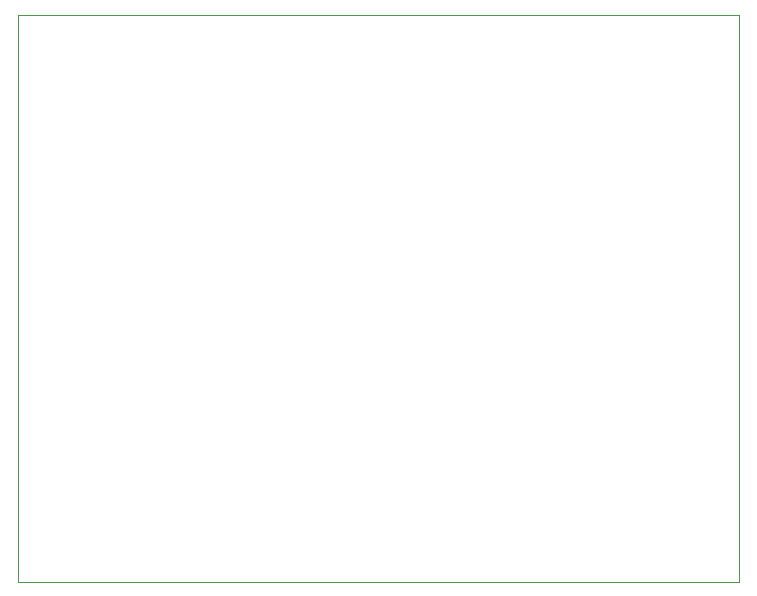
<source format=gm1>
G04 #@! TF.GenerationSoftware,KiCad,Pcbnew,(5.99.0-221-ga18d3cc)*
G04 #@! TF.CreationDate,2019-11-20T11:38:59-07:00*
G04 #@! TF.ProjectId,av3-top,6176332d-746f-4702-9e6b-696361645f70,rev?*
G04 #@! TF.SameCoordinates,Original*
G04 #@! TF.FileFunction,Profile,NP*
%FSLAX46Y46*%
G04 Gerber Fmt 4.6, Leading zero omitted, Abs format (unit mm)*
G04 Created by KiCad (PCBNEW (5.99.0-221-ga18d3cc)) date 2019-11-20 11:38:59*
%MOMM*%
%LPD*%
G04 APERTURE LIST*
%ADD10C,0.050000*%
G04 APERTURE END LIST*
D10*
X171000000Y-107000000D02*
X171000000Y-155000000D01*
X110000000Y-107000000D02*
X171000000Y-107000000D01*
X110000000Y-155000000D02*
X110000000Y-107000000D01*
X110000000Y-155000000D02*
X171000000Y-155000000D01*
M02*

</source>
